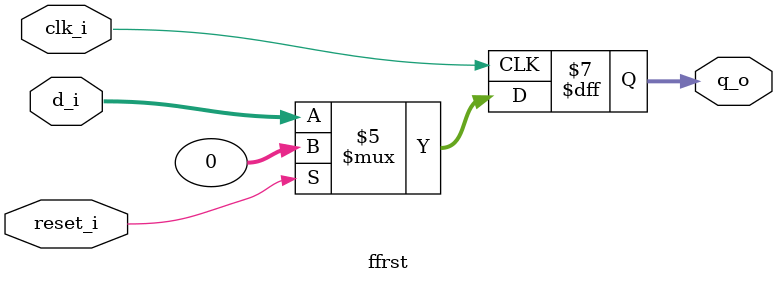
<source format=sv>
`timescale 1ns / 1ps

module ffrst (
    input    logic              clk_i,      // Señal de reloj de 10MHz
    input    logic              reset_i,    // Señal de reset 
    input    logic  [ 31 : 0 ]  d_i,        // Señal de entrada de dato
    output   logic  [ 31 : 0 ]  q_o);       // Señal de salida de dato

    logic  rst;

    assign rst = ~reset_i;

// Se implenta lógica del FF con reset
    always_ff @(posedge clk_i) begin        
        if (!rst)    q_o <= 0;
        else         q_o <= d_i;
    end
    
endmodule

</source>
